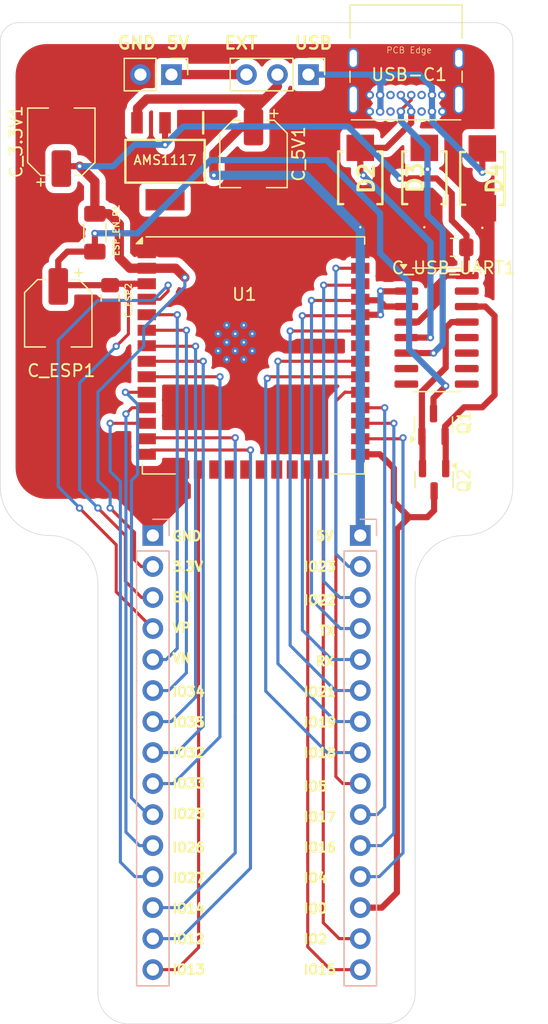
<source format=kicad_pcb>
(kicad_pcb (version 20241229) (generator "pcbnew") (generator_version "9.0")
  (layers (0 "F.Cu" signal) (2 "B.Cu" signal) (13 "F.Paste" user) (15 "B.Paste" user) (5 "F.SilkS" user "F.Silkscreen") (7 "B.SilkS" user "B.Silkscreen") (1 "F.Mask" user) (3 "B.Mask" user) (25 "Edge.Cuts" user))
  (net 0 "")
  (net 1 "ESP32_EN")
  (net 2 "GND")
  (net 3 "+3V3")
  (net 4 "+5V")
  (net 5 "VBUS")
  (net 6 "pin4")
  (net 7 "pin10")
  (net 8 "pin7")
  (net 9 "pin5")
  (net 10 "pin6")
  (net 11 "pin13")
  (net 12 "pin8")
  (net 13 "pin9")
  (net 14 "pin12")
  (net 15 "pin14")
  (net 16 "pin16")
  (net 17 "pin11")
  (net 18 "pin29")
  (net 19 "pin23")
  (net 20 "ESP_TX")
  (net 21 "pin27")
  (net 22 "pin24")
  (net 23 "pin30")
  (net 24 "pin28")
  (net 25 "pin31")
  (net 26 "pin37")
  (net 27 "pin33")
  (net 28 "pin36")
  (net 29 "pin26")
  (net 30 "ESP_RX")
  (net 31 "VCC")
  (net 32 "Net-(Q1-S)")
  (net 33 "Net-(Q1-G)")
  (net 34 "ESP32_IO0")
  (net 35 "D+")
  (net 36 "D-")
  (footprint "Capacitor_SMD:CP_Elec_5x5.4" (layer "F.Cu") (at 123.5 45.25 90)
    (property "Reference" "C_3.3V1")
    (property "Value" "1uF")
  )
  (footprint "Capacitor_SMD:C_0805_2012Metric_Pad1.18x1.45mm_HandSolder" (layer "F.Cu") (at 127.5 58.0375 -90)
    (property "Reference" "C_ESP2")
    (property "Value" "100nF")
  )
  (footprint "bulme_footprints:TPSMB1805CA" (layer "F.Cu") (at 153.25 48.2 90)
    (property "Reference" "D3")
    (property "Value" "TPSMB1805CA" (hide yes))
  )
  (footprint "bulme_footprints:TPSMB1805CA" (layer "F.Cu") (at 148 48.2 90)
    (property "Reference" "D2")
    (property "Value" "TPSMB1805CA" (hide yes))
  )
  (footprint "Connector_USB:USB_C_Receptacle_GCT_USB4085" (layer "F.Cu") (at 154.725 42.775 180)
    (property "Reference" "USB-C1")
    (property "Value" "USB_C_Receptacle_USB2.0_16P")
  )
  (footprint "RF_Module:ESP32-WROOM-32UE" (layer "F.Cu") (at 139.25 62.75)
    (property "Reference" "U1")
    (property "Value" "ESP32-WROOM-32UE")
  )
  (footprint "Package_SO:SOIC-16_3.9x9.9mm_P1.27mm" (layer "F.Cu") (at 154.25 60.655)
    (property "Reference" "U2" (hide yes))
    (property "Value" "CH340C")
  )
  (footprint "bulme_footprints:TPSMB1805CA" (layer "F.Cu") (at 158 48.25 90)
    (property "Reference" "D4")
    (property "Value" "TPSMB1805CA" (hide yes))
  )
  (footprint "Package_TO_SOT_SMD:SOT-23" (layer "F.Cu") (at 154.05 72.9375 -90)
    (property "Reference" "Q2")
    (property "Value" "BSS138")
  )
  (footprint "Package_TO_SOT_SMD:SOT-23" (layer "F.Cu") (at 154 68.4375 90)
    (property "Reference" "Q1")
    (property "Value" "BSS138")
  )
  (footprint "Capacitor_SMD:CP_Elec_5x5.4" (layer "F.Cu") (at 123.25 59.3 -90)
    (property "Reference" "C_ESP1")
    (property "Value" "22uF")
  )
  (footprint "Connector_PinHeader_2.54mm:PinHeader_1x02_P2.54mm_Vertical" (layer "F.Cu") (at 132.525 39.75 -90)
    (property "Reference" "J1" (hide yes))
    (property "Value" "Conn_01x02_Pin")
  )
  (footprint "Connector_PinHeader_2.54mm:PinHeader_1x03_P2.54mm_Vertical" (layer "F.Cu") (at 143.75 39.75 -90)
    (property "Reference" "J3" (hide yes))
    (property "Value" "Conn_01x03_Pin")
  )
  (footprint "bulme_footprints:SOT230P700X180-4N" (layer "F.Cu") (at 132 46.85 -90)
    (property "Reference" "AMS1117")
    (property "Value" "AMS1117-3.3" (hide yes))
  )
  (footprint "Capacitor_SMD:C_0805_2012Metric_Pad1.18x1.45mm_HandSolder" (layer "F.Cu") (at 155.65 53.9 180)
    (property "Reference" "C_USB_UART1")
    (property "Value" "100nF")
  )
  (footprint "Resistor_SMD:R_1206_3216Metric_Pad1.30x1.75mm_HandSolder" (layer "F.Cu") (at 126.25 52.7 -90)
    (property "Reference" "ESP_EN_R1")
    (property "Value" "10k")
  )
  (footprint "Capacitor_SMD:CP_Elec_5x5.4" (layer "F.Cu") (at 139.25 46.25 -90)
    (property "Reference" "C_5V1")
    (property "Value" "1uF")
  )
  (footprint "Connector_PinHeader_2.54mm:PinHeader_1x15_P2.54mm_Vertical" (layer "B.Cu") (at 148 77.5 180)
    (property "Reference" "esp_right1" (hide yes))
    (property "Value" "Conn_01x15_Pin")
  )
  (footprint "Connector_PinHeader_2.54mm:PinHeader_1x15_P2.54mm_Vertical" (layer "B.Cu") (at 131 77.5 180)
    (property "Reference" "esp_left1" (hide yes))
    (property "Value" "Conn_01x15_Pin")
  )
  (gr_line (start 160.5 73.5) (end 160.5 37) (stroke (width 0.05)) (layer "Edge.Cuts"))
  (gr_arc (start 159 35.5) (mid 160.06066 35.93934) (end 160.5 37) (stroke (width 0.05)) (layer "Edge.Cuts"))
  (gr_line (start 126.5 81.5) (end 126.5 114) (stroke (width 0.05)) (layer "Edge.Cuts"))
  (gr_arc (start 118.5 37) (mid 118.93934 35.93934) (end 120 35.5) (stroke (width 0.05)) (layer "Edge.Cuts"))
  (gr_arc (start 160.5 73.5) (mid 159.328427 76.328427) (end 156.5 77.5) (stroke (width 0.05)) (layer "Edge.Cuts"))
  (gr_arc (start 129 117.5) (mid 127.232233 116.767767) (end 126.5 115) (stroke (width 0.05)) (layer "Edge.Cuts"))
  (gr_arc (start 152.5 115) (mid 151.767767 116.767767) (end 150 117.5) (stroke (width 0.05)) (layer "Edge.Cuts"))
  (gr_arc (start 152.5 81.5) (mid 153.671573 78.671573) (end 156.5 77.5) (stroke (width 0.05)) (layer "Edge.Cuts"))
  (gr_line (start 129 117.5) (end 150 117.5) (stroke (width 0.05)) (layer "Edge.Cuts"))
  (gr_arc (start 122.5 77.5) (mid 125.328427 78.671573) (end 126.5 81.5) (stroke (width 0.05)) (layer "Edge.Cuts"))
  (gr_line (start 118.5 37) (end 118.5 73.5) (stroke (width 0.05)) (layer "Edge.Cuts"))
  (gr_arc (start 122.5 77.5) (mid 119.671573 76.328427) (end 118.5 73.5) (stroke (width 0.05)) (layer "Edge.Cuts"))
  (gr_line (start 126.5 115) (end 126.5 114) (stroke (width 0.05)) (layer "Edge.Cuts"))
  (gr_line (start 120 35.5) (end 159 35.5) (stroke (width 0.05)) (layer "Edge.Cuts"))
  (gr_line (start 152.5 81.5) (end 152.5 115) (stroke (width 0.05)) (layer "Edge.Cuts"))
  (gr_text "IO22" (at 143.25 83.25 0) (layer "F.SilkS") (effects (font (size 0.762 0.762) (thickness 0.1905) (bold yes)) (justify left bottom)))
  (gr_text "USB" (at 142.5 37.75 0) (layer "F.SilkS") (effects (font (size 1.016 1.016) (thickness 0.2032) (bold yes)) (justify left bottom)))
  (gr_text "5V\n" (at 144.25 78 0) (layer "F.SilkS") (effects (font (size 0.762 0.762) (thickness 0.1905) (bold yes)) (justify left bottom)))
  (gr_text "EXT" (at 136.75 37.75 0) (layer "F.SilkS") (effects (font (size 1.016 1.016) (thickness 0.2032) (bold yes)) (justify left bottom)))
  (gr_text "IO5" (at 143.25 98.5 0) (layer "F.SilkS") (effects (font (size 0.762 0.762) (thickness 0.1905) (bold yes)) (justify left bottom)))
  (gr_text "IO25" (at 132.5 100.75 0) (layer "F.SilkS") (effects (font (size 0.762 0.762) (thickness 0.1905) (bold yes)) (justify left bottom)))
  (gr_text "IO26" (at 132.5 103.5 0) (layer "F.SilkS") (effects (font (size 0.762 0.762) (thickness 0.1905) (bold yes)) (justify left bottom)))
  (gr_text "5V\n" (at 132 37.75 0) (layer "F.SilkS") (effects (font (size 1.016 1.016) (thickness 0.2032) (bold yes)) (justify left bottom)))
  (gr_text "IO34" (at 132.5 90.75 0) (layer "F.SilkS") (effects (font (size 0.762 0.762) (thickness 0.1905) (bold yes)) (justify left bottom)))
  (gr_text "IO4" (at 143.25 106 0) (layer "F.SilkS") (effects (font (size 0.762 0.762) (thickness 0.1905) (bold yes)) (justify left bottom)))
  (gr_text "GND" (at 132.5 78 0) (layer "F.SilkS") (effects (font (size 0.762 0.762) (thickness 0.1905) (bold yes)) (justify left bottom)))
  (gr_text "VN" (at 132.5 88 0) (layer "F.SilkS") (effects (font (size 0.762 0.762) (thickness 0.1905) (bold yes)) (justify left bottom)))
  (gr_text "TX\n" (at 144.5 85.75 0) (layer "F.SilkS") (effects (font (size 0.762 0.762) (thickness 0.1905) (bold yes)) (justify left bottom)))
  (gr_text "IO23" (at 143.25 80.5 0) (layer "F.SilkS") (effects (font (size 0.762 0.762) (thickness 0.1905) (bold yes)) (justify left bottom)))
  (gr_text "IO0" (at 143.25 108.5 0) (layer "F.SilkS") (effects (font (size 0.762 0.762) (thickness 0.1905) (bold yes)) (justify left bottom)))
  (gr_text "IO2" (at 143.25 111 0) (layer "F.SilkS") (effects (font (size 0.762 0.762) (thickness 0.1905) (bold yes)) (justify left bottom)))
  (gr_text "IO27\n" (at 132.5 106 0) (layer "F.SilkS") (effects (font (size 0.762 0.762) (thickness 0.1905) (bold yes)) (justify left bottom)))
  (gr_text "IO15" (at 143.25 113.5 0) (layer "F.SilkS") (effects (font (size 0.762 0.762) (thickness 0.1905) (bold yes)) (justify left bottom)))
  (gr_text "IO16" (at 143.25 103.5 0) (layer "F.SilkS") (effects (font (size 0.762 0.762) (thickness 0.1905) (bold yes)) (justify left bottom)))
  (gr_text "IO21" (at 143.25 90.75 0) (layer "F.SilkS") (effects (font (size 0.762 0.762) (thickness 0.1905) (bold yes)) (justify left bottom)))
  (gr_text "IO14" (at 132.5 108.5 0) (layer "F.SilkS") (effects (font (size 0.762 0.762) (thickness 0.1905) (bold yes)) (justify left bottom)))
  (gr_text "3.3V\n" (at 132.5 80.5 0) (layer "F.SilkS") (effects (font (size 0.762 0.762) (thickness 0.1905) (bold yes)) (justify left bottom)))
  (gr_text "GND\n" (at 128 37.75 0) (layer "F.SilkS") (effects (font (size 1.016 1.016) (thickness 0.2032) (bold yes)) (justify left bottom)))
  (gr_text "IO18" (at 143.25 95.75 0) (layer "F.SilkS") (effects (font (size 0.762 0.762) (thickness 0.1905) (bold yes)) (justify left bottom)))
  (gr_text "IO33" (at 132.5 98.25 0) (layer "F.SilkS") (effects (font (size 0.762 0.762) (thickness 0.1905) (bold yes)) (justify left bottom)))
  (gr_text "EN\n" (at 132.5 83 0) (layer "F.SilkS") (effects (font (size 0.762 0.762) (thickness 0.1905) (bold yes)) (justify left bottom)))
  (gr_text "VP" (at 132.5 85.5 0) (layer "F.SilkS") (effects (font (size 0.762 0.762) (thickness 0.1905) (bold yes)) (justify left bottom)))
  (gr_text "IO12" (at 132.5 111 0) (layer "F.SilkS") (effects (font (size 0.762 0.762) (thickness 0.1905) (bold yes)) (justify left bottom)))
  (gr_text "IO13" (at 132.5 113.5 0) (layer "F.SilkS") (effects (font (size 0.762 0.762) (thickness 0.1905) (bold yes)) (justify left bottom)))
  (gr_text "RX" (at 144.25 88.25 0) (layer "F.SilkS") (effects (font (size 0.762 0.762) (thickness 0.1905) (bold yes)) (justify left bottom)))
  (gr_text "IO32" (at 132.5 95.75 0) (layer "F.SilkS") (effects (font (size 0.762 0.762) (thickness 0.1905) (bold yes)) (justify left bottom)))
  (gr_text "IO19" (at 143.25 93.25 0) (layer "F.SilkS") (effects (font (size 0.762 0.762) (thickness 0.1905) (bold yes)) (justify left bottom)))
  (gr_text "IO17" (at 143.25 101 0) (layer "F.SilkS") (effects (font (size 0.762 0.762) (thickness 0.1905) (bold yes)) (justify left bottom)))
  (gr_text "IO35\n" (at 132.5 93.25 0) (layer "F.SilkS") (effects (font (size 0.762 0.762) (thickness 0.1905) (bold yes)) (justify left bottom)))
  (segment (start 128 62) (end 129 61) (width 0.254) (layer "F.Cu") (net 1))
  (segment (start 127.62 56.88) (end 127.5 57) (width 0.508) (layer "F.Cu") (net 1))
  (segment (start 129 61) (end 129 57.5) (width 0.254) (layer "F.Cu") (net 1))
  (segment (start 129 57.38) (end 128.5 56.88) (width 0.254) (layer "F.Cu") (net 1))
  (segment (start 129.5 56.88) (end 129 56.88) (width 0.508) (layer "F.Cu") (net 1))
  (segment (start 129 57.38) (end 129.5 56.88) (width 0.254) (layer "F.Cu") (net 1))
  (segment (start 123.25 55) (end 124 54.25) (width 0.508) (layer "F.Cu") (net 1))
  (segment (start 129 56.88) (end 128.5 56.88) (width 0.508) (layer "F.Cu") (net 1))
  (segment (start 154 66.25) (end 155 65.25) (width 0.508) (layer "F.Cu") (net 1))
  (segment (start 129 57.5) (end 129 57.38) (width 0.254) (layer "F.Cu") (net 1))
  (segment (start 123.25 57.05) (end 123.25 55) (width 0.508) (layer "F.Cu") (net 1))
  (segment (start 128.5 56.88) (end 127.62 56.88) (width 0.508) (layer "F.Cu") (net 1))
  (segment (start 129 57.5) (end 129 56.88) (width 0.254) (layer "F.Cu") (net 1))
  (segment (start 128.75 77.5) (end 128.75 81.25) (width 0.254) (layer "F.Cu") (net 1))
  (segment (start 130.08 82.58) (end 131 82.58) (width 0.254) (layer "F.Cu") (net 1))
  (segment (start 126.25 54.25) (end 126.25 52.75) (width 0.508) (layer "F.Cu") (net 1))
  (segment (start 154 67.5) (end 154 66.25) (width 0.508) (layer "F.Cu") (net 1))
  (segment (start 123.25 57.05) (end 123.3 57) (width 0.508) (layer "F.Cu") (net 1))
  (segment (start 123.3 57) (end 123.75 56.55) (width 0.508) (layer "F.Cu") (net 1))
  (segment (start 128.75 81.25) (end 130.08 82.58) (width 0.254) (layer "F.Cu") (net 1))
  (segment (start 130.5 56.88) (end 129.5 56.88) (width 0.508) (layer "F.Cu") (net 1))
  (segment (start 126.5 75.25) (end 128.75 77.5) (width 0.254) (layer "F.Cu") (net 1))
  (segment (start 124 54.25) (end 126.25 54.25) (width 0.508) (layer "F.Cu") (net 1))
  (segment (start 128 57) (end 123.3 57) (width 0.508) (layer "F.Cu") (net 1))
  (via (at 128 62) (size 0.6) (drill 0.3) (layers "F.Cu" "B.Cu") (net 1))
  (via (at 155 65.25) (size 0.6) (drill 0.3) (layers "F.Cu" "B.Cu") (net 1))
  (via (at 126.5 75.25) (size 0.6) (drill 0.3) (layers "F.Cu" "B.Cu") (net 1))
  (via (at 126.25 52.75) (size 0.6) (drill 0.3) (layers "F.Cu" "B.Cu") (net 1))
  (segment (start 152 56.75) (end 149.625 54.375) (width 0.508) (layer "B.Cu") (net 1))
  (segment (start 126.5 75.25) (end 125 73.75) (width 0.254) (layer "B.Cu") (net 1))
  (segment (start 145.25 46.75) (end 135.75 46.75) (width 0.508) (layer "B.Cu") (net 1))
  (segment (start 149.625 51.125) (end 145.25 46.75) (width 0.508) (layer "B.Cu") (net 1))
  (segment (start 135.75 46.75) (end 129.75 52.75) (width 0.508) (layer "B.Cu") (net 1))
  (segment (start 129.75 52.75) (end 126.25 52.75) (width 0.508) (layer "B.Cu") (net 1))
  (segment (start 154.966841 65.216841) (end 152 62.25) (width 0.508) (layer "B.Cu") (net 1))
  (segment (start 125 73.75) (end 125 65) (width 0.254) (layer "B.Cu") (net 1))
  (segment (start 152 62.25) (end 152 56.75) (width 0.508) (layer "B.Cu") (net 1))
  (segment (start 125 65) (end 128 62) (width 0.254) (layer "B.Cu") (net 1))
  (segment (start 155 65.25) (end 154.966841 65.283159) (width 0.508) (layer "B.Cu") (net 1))
  (segment (start 149.625 54.375) (end 149.625 51.125) (width 0.508) (layer "B.Cu") (net 1))
  (segment (start 154.966841 65.283159) (end 154.966841 65.216841) (width 0.508) (layer "B.Cu") (net 1))
  (segment (start 131 77.5) (end 131 76.25) (width 1.7) (layer "F.Cu") (net 2))
  (segment (start 131 76.25) (end 131 74.25) (width 1.7) (layer "F.Cu") (net 2))
  (segment (start 131 76.25) (end 133.25 74) (width 1.7) (layer "F.Cu") (net 2))
  (segment (start 133.535 72.1) (end 133.5 72.135) (width 0.508) (layer "F.Cu") (net 2))
  (segment (start 131 76.25) (end 128.5 73.75) (width 1.7) (layer "F.Cu") (net 2))
  (segment (start 151.25 48.25) (end 153.186268 48.25) (width 0.508) (layer "F.Cu") (net 3))
  (segment (start 156.7 52.9) (end 156.7 54.25) (width 0.508) (layer "F.Cu") (net 3))
  (segment (start 156.7 54.25) (end 156.725 54.275) (width 0.508) (layer "F.Cu") (net 3))
  (segment (start 156.725 54.275) (end 156.725 56.21) (width 0.508) (layer "F.Cu") (net 3))
  (segment (start 151.775 60.02) (end 152.73 60.02) (width 0.508) (layer "F.Cu") (net 3))
  (segment (start 127.4 51.15) (end 128.25 52) (width 0.762) (layer "F.Cu") (net 3))
  (segment (start 152.73 60.02) (end 154.25 58.5) (width 0.508) (layer "F.Cu") (net 3))
  (segment (start 129.5 77.25) (end 129.5 79.5) (width 0.254) (layer "F.Cu") (net 3))
  (segment (start 130.04 80.04) (end 131 80.04) (width 0.254) (layer "F.Cu") (net 3))
  (segment (start 153.191268 48.255) (end 154.255 48.255) (width 0.508) (layer "F.Cu") (net 3))
  (segment (start 128.25 52) (end 128.25 54.75) (width 0.762) (layer "F.Cu") (net 3))
  (segment (start 130.5 55.61) (end 132.86 55.61) (width 0.762) (layer "F.Cu") (net 3))
  (segment (start 129.11 55.61) (end 130.5 55.61) (width 0.762) (layer "F.Cu") (net 3))
  (segment (start 127.5 75.25) (end 129.5 77.25) (width 0.254) (layer "F.Cu") (net 3))
  (segment (start 155.04 56.21) (end 156.725 56.21) (width 0.508) (layer "F.Cu") (net 3))
  (segment (start 154.255 48.255) (end 155.5 49.5) (width 0.508) (layer "F.Cu") (net 3))
  (segment (start 123.7 47.25) (end 123.5 47.45) (width 0.508) (layer "F.Cu") (net 3))
  (segment (start 154.25 58.5) (end 154.25 57) (width 0.508) (layer "F.Cu") (net 3))
  (segment (start 155.5 51.7) (end 156.7 52.9) (width 0.508) (layer "F.Cu") (net 3))
  (segment (start 125 47.25) (end 123.7 47.25) (width 0.508) (layer "F.Cu") (net 3))
  (segment (start 155.5 49.5) (end 155.5 51.7) (width 0.508) (layer "F.Cu") (net 3))
  (segment (start 126.25 51.15) (end 127.4 51.15) (width 0.762) (layer "F.Cu") (net 3))
  (segment (start 126.25 51.15) (end 126.25 48.5) (width 0.762) (layer "F.Cu") (net 3))
  (segment (start 153.186268 48.25) (end 153.191268 48.255) (width 0.508) (layer "F.Cu") (net 3))
  (segment (start 126.25 48.5) (end 125 47.25) (width 0.762) (layer "F.Cu") (net 3))
  (segment (start 128.25 54.75) (end 129.11 55.61) (width 0.762) (layer "F.Cu") (net 3))
  (segment (start 129.5 79.5) (end 130.04 80.04) (width 0.254) (layer "F.Cu") (net 3))
  (segment (start 132 45.5) (end 132 43.7) (width 0.508) (layer "F.Cu") (net 3))
  (segment (start 154.25 57) (end 155.04 56.21) (width 0.508) (layer "F.Cu") (net 3))
  (segment (start 132.86 55.61) (end 133.625 56.375) (width 0.762) (layer "F.Cu") (net 3))
  (via (at 151.25 48.25) (size 0.6) (drill 0.3) (layers "F.Cu" "B.Cu") (net 3))
  (via (at 125 47.25) (size 0.6) (drill 0.3) (layers "F.Cu" "B.Cu") (net 3))
  (via (at 132 45.5) (size 0.6) (drill 0.3) (layers "F.Cu" "B.Cu") (net 3))
  (via (at 133.625 56.375) (size 0.6) (drill 0.3) (layers "F.Cu" "B.Cu") (net 3))
  (via (at 127.5 75.25) (size 0.6) (drill 0.3) (layers "F.Cu" "B.Cu") (net 3))
  (segment (start 126.5 73) (end 127.5 74) (width 0.254) (layer "B.Cu") (net 3))
  (segment (start 127.5 74) (end 127.5 75.25) (width 0.254) (layer "B.Cu") (net 3))
  (segment (start 127.75 47.25) (end 125 47.25) (width 0.508) (layer "B.Cu") (net 3))
  (segment (start 133.5 44) (end 132 45.5) (width 0.508) (layer "B.Cu") (net 3))
  (segment (start 133.625 57.125) (end 130.25 60.5) (width 0.254) (layer "B.Cu") (net 3))
  (segment (start 130.25 60.5) (end 130.25 62) (width 0.254) (layer "B.Cu") (net 3))
  (segment (start 126.5 65.75) (end 126.5 73) (width 0.254) (layer "B.Cu") (net 3))
  (segment (start 151.25 48.25) (end 147 44) (width 0.508) (layer "B.Cu") (net 3))
  (segment (start 130.25 62) (end 126.5 65.75) (width 0.254) (layer "B.Cu") (net 3))
  (segment (start 133.625 56.375) (end 133.625 57.125) (width 0.254) (layer "B.Cu") (net 3))
  (segment (start 129.5 45.5) (end 127.75 47.25) (width 0.508) (layer "B.Cu") (net 3))
  (segment (start 147 44) (end 133.5 44) (width 0.508) (layer "B.Cu") (net 3))
  (segment (start 132 45.5) (end 129.5 45.5) (width 0.508) (layer "B.Cu") (net 3))
  (segment (start 138.25 41.75) (end 139 41.75) (width 0.762) (layer "F.Cu") (net 4))
  (segment (start 139.25 44.05) (end 139.25 42.75) (width 0.762) (layer "F.Cu") (net 4))
  (segment (start 138.2 44.05) (end 139.25 44.05) (width 0.762) (layer "F.Cu") (net 4))
  (segment (start 136 46.25) (end 138.2 44.05) (width 0.762) (layer "F.Cu") (net 4))
  (segment (start 129.7 43.7) (end 129.75 43.65) (width 0.762) (layer "F.Cu") (net 4))
  (segment (start 136 48) (end 136 46.25) (width 0.762) (layer "F.Cu") (net 4))
  (segment (start 139.46 42.21) (end 139 41.75) (width 0.762) (layer "F.Cu") (net 4))
  (segment (start 140.17 41.75) (end 141.21 40.71) (width 0.762) (layer "F.Cu") (net 4))
  (segment (start 129.75 42.5) (end 130.5 41.75) (width 0.762) (layer "F.Cu") (net 4))
  (segment (start 139.25 44.05) (end 139.25 42.67) (width 0.762) (layer "F.Cu") (net 4))
  (segment (start 139 41.75) (end 140.17 41.75) (width 0.762) (layer "F.Cu") (net 4))
  (segment (start 130.5 41.75) (end 138.25 41.75) (width 0.762) (layer "F.Cu") (net 4))
  (segment (start 139.25 42.75) (end 138.25 41.75) (width 0.762) (layer "F.Cu") (net 4))
  (segment (start 139.25 42.67) (end 140.17 41.75) (width 0.762) (layer "F.Cu") (net 4))
  (segment (start 139.25 42.67) (end 139.46 42.46) (width 0.762) (layer "F.Cu") (net 4))
  (segment (start 129.75 43.65) (end 129.75 42.5) (width 0.762) (layer "F.Cu") (net 4))
  (segment (start 139.46 42.46) (end 139.46 42.21) (width 0.762) (layer "F.Cu") (net 4))
  (via (at 136 48) (size 0.6) (drill 0.3) (layers "F.Cu" "B.Cu") (net 4))
  (segment (start 136 48) (end 143.5 48) (width 0.762) (layer "B.Cu") (net 4))
  (segment (start 148 52.5) (end 148 77.5) (width 0.762) (layer "B.Cu") (net 4))
  (segment (start 143.5 48) (end 148 52.5) (width 0.762) (layer "B.Cu") (net 4))
  (segment (start 153.875 41.425) (end 153.875 41.375) (width 0.508) (layer "F.Cu") (net 5))
  (segment (start 153.875 41.375) (end 153.92 41.33) (width 0.508) (layer "F.Cu") (net 5))
  (segment (start 158 47.75) (end 158 45.8) (width 0.508) (layer "F.Cu") (net 5))
  (segment (start 144 40) (end 143.75 39.75) (width 0.508) (layer "F.Cu") (net 5))
  (segment (start 149.5 42.9) (end 149.625 42.775) (width 0.254) (layer "F.Cu") (net 5))
  (via (at 158 47.75) (size 0.6) (drill 0.3) (layers "F.Cu" "B.Cu") (net 5))
  (segment (start 153.92 42.92) (end 153.92 43.67) (width 0.508) (layer "B.Cu") (net 5))
  (segment (start 149.65 40.55) (end 150.45 39.75) (width 0.508) (layer "B.Cu") (net 5))
  (segment (start 153.875 42.775) (end 153.875 41.425) (width 0.508) (layer "B.Cu") (net 5))
  (segment (start 148.85 39.75) (end 149.65 39.75) (width 0.508) (layer "B.Cu") (net 5))
  (segment (start 153.875 41.425) (end 153.875 40.775) (width 0.508) (layer "B.Cu") (net 5))
  (segment (start 153.875 40.775) (end 152.85 39.75) (width 0.508) (layer "B.Cu") (net 5))
  (segment (start 153.92 43.67) (end 158 47.75) (width 0.508) (layer "B.Cu") (net 5))
  (segment (start 153.875 42.775) (end 153.875 42.875) (width 0.508) (layer "B.Cu") (net 5))
  (segment (start 150.45 39.75) (end 150.5 39.75) (width 0.508) (layer "B.Cu") (net 5))
  (segment (start 149.65 39.75) (end 150.5 39.75) (width 0.508) (layer "B.Cu") (net 5))
  (segment (start 149.65 40.55) (end 149.65 42.75) (width 0.508) (layer "B.Cu") (net 5))
  (segment (start 143.75 39.75) (end 148.85 39.75) (width 0.508) (layer "B.Cu") (net 5))
  (segment (start 150.5 39.75) (end 152.85 39.75) (width 0.508) (layer "B.Cu") (net 5))
  (segment (start 149.65 42.75) (end 149.625 42.775) (width 0.508) (layer "B.Cu") (net 5))
  (segment (start 149.65 40.55) (end 148.85 39.75) (width 0.508) (layer "B.Cu") (net 5))
  (segment (start 149.65 39.75) (end 149.65 40.55) (width 0.508) (layer "B.Cu") (net 5))
  (segment (start 153.875 42.875) (end 153.92 42.92) (width 0.508) (layer "B.Cu") (net 5))
  (segment (start 130.5 58.15) (end 131.6 58.15) (width 0.254) (layer "F.Cu") (net 6))
  (segment (start 128 82.12) (end 131 85.12) (width 0.254) (layer "F.Cu") (net 6))
  (segment (start 132.25 57) (end 132.25 57.5) (width 0.254) (layer "F.Cu") (net 6))
  (segment (start 128 78.263712) (end 128 82.12) (width 0.254) (layer "F.Cu") (net 6))
  (segment (start 131.6 58.15) (end 132.25 57.5) (width 0.254) (layer "F.Cu") (net 6))
  (segment (start 124.993144 75.256856) (end 128 78.263712) (width 0.254) (layer "F.Cu") (net 6))
  (via (at 132.25 57) (size 0.6) (drill 0.3) (layers "F.Cu" "B.Cu") (net 6))
  (via (at 124.993144 75.256856) (size 0.6) (drill 0.3) (layers "F.Cu" "B.Cu") (net 6))
  (segment (start 123.25 73.5) (end 123.25 61.5) (width 0.254) (layer "B.Cu") (net 6))
  (segment (start 124.993144 75.243144) (end 123.25 73.5) (width 0.254) (layer "B.Cu") (net 6))
  (segment (start 131 58.25) (end 132.25 57) (width 0.254) (layer "B.Cu") (net 6))
  (segment (start 126.5 58.25) (end 131 58.25) (width 0.254) (layer "B.Cu") (net 6))
  (segment (start 124.993144 75.256856) (end 124.993144 75.243144) (width 0.254) (layer "B.Cu") (net 6))
  (segment (start 123.25 61.5) (end 126.5 58.25) (width 0.254) (layer "B.Cu") (net 6))
  (segment (start 128.75 65.77) (end 130.5 65.77) (width 0.254) (layer "F.Cu") (net 7))
  (via (at 128.75 65.77) (size 0.6) (drill 0.3) (layers "F.Cu" "B.Cu") (net 7))
  (segment (start 129.25 73) (end 129.25 99) (width 0.254) (layer "B.Cu") (net 7))
  (segment (start 129.75 72.5) (end 129.25 73) (width 0.254) (layer "B.Cu") (net 7))
  (segment (start 129.25 99) (end 130.61 100.36) (width 0.254) (layer "B.Cu") (net 7))
  (segment (start 129.75 66.75) (end 129.75 72.5) (width 0.254) (layer "B.Cu") (net 7))
  (segment (start 130.61 100.36) (end 131 100.36) (width 0.254) (layer "B.Cu") (net 7))
  (segment (start 128.75 65.77) (end 128.77 65.77) (width 0.254) (layer "B.Cu") (net 7))
  (segment (start 128.77 65.77) (end 129.75 66.75) (width 0.254) (layer "B.Cu") (net 7))
  (segment (start 134.5 62) (end 130.54 62) (width 0.254) (layer "F.Cu") (net 8))
  (segment (start 130.54 62) (end 130.5 61.96) (width 0.254) (layer "F.Cu") (net 8))
  (via (at 134.5 62) (size 0.6) (drill 0.3) (layers "F.Cu" "B.Cu") (net 8))
  (segment (start 134.5 90.75) (end 132.51 92.74) (width 0.254) (layer "B.Cu") (net 8))
  (segment (start 134.5 62) (end 134.5 90.75) (width 0.254) (layer "B.Cu") (net 8))
  (segment (start 132.51 92.74) (end 131 92.74) (width 0.254) (layer "B.Cu") (net 8))
  (segment (start 130.5 59.42) (end 132.92 59.42) (width 0.254) (layer "F.Cu") (net 9))
  (segment (start 132.92 59.42) (end 133 59.5) (width 0.254) (layer "F.Cu") (net 9))
  (via (at 133 59.42) (size 0.6) (drill 0.3) (layers "F.Cu" "B.Cu") (net 9))
  (segment (start 132.09 87.66) (end 133 86.75) (width 0.254) (layer "B.Cu") (net 9))
  (segment (start 131 87.66) (end 132.09 87.66) (width 0.254) (layer "B.Cu") (net 9))
  (segment (start 133 86.75) (end 133 59.5) (width 0.254) (layer "B.Cu") (net 9))
  (segment (start 133.75 60.69) (end 130.5 60.69) (width 0.254) (layer "F.Cu") (net 10))
  (via (at 133.75 60.69) (size 0.6) (drill 0.3) (layers "F.Cu" "B.Cu") (net 10))
  (segment (start 133.75 60.75) (end 133.75 88.75) (width 0.254) (layer "B.Cu") (net 10))
  (segment (start 132.3 90.2) (end 131 90.2) (width 0.254) (layer "B.Cu") (net 10))
  (segment (start 133.75 88.75) (end 132.3 90.2) (width 0.254) (layer "B.Cu") (net 10))
  (segment (start 130.58 69.5) (end 130.5 69.58) (width 0.254) (layer "F.Cu") (net 11))
  (segment (start 137.75 69.5) (end 130.58 69.5) (width 0.254) (layer "F.Cu") (net 11))
  (via (at 137.75 69.5) (size 0.6) (drill 0.3) (layers "F.Cu" "B.Cu") (net 11))
  (segment (start 137.75 69.5) (end 137.75 92.5) (width 0.254) (layer "B.Cu") (net 11))
  (segment (start 137.75 92.25) (end 137.75 103.5) (width 0.254) (layer "B.Cu") (net 11))
  (segment (start 137.75 103.5) (end 133.27 107.98) (width 0.254) (layer "B.Cu") (net 11))
  (segment (start 133.27 107.98) (end 131 107.98) (width 0.254) (layer "B.Cu") (net 11))
  (segment (start 137.75 92.5) (end 137.75 92.25) (width 0.254) (layer "B.Cu") (net 11))
  (segment (start 130.5 63.23) (end 135.127 63.23) (width 0.254) (layer "F.Cu") (net 12))
  (via (at 135.127 63.23) (size 0.6) (drill 0.3) (layers "F.Cu" "B.Cu") (net 12))
  (segment (start 135.127 63.23) (end 135.127 93.123) (width 0.254) (layer "B.Cu") (net 12))
  (segment (start 132.97 95.28) (end 131 95.28) (width 0.254) (layer "B.Cu") (net 12))
  (segment (start 135.127 93.123) (end 132.97 95.28) (width 0.254) (layer "B.Cu") (net 12))
  (segment (start 136.5 64.5) (end 130.5 64.5) (width 0.254) (layer "F.Cu") (net 13))
  (via (at 136.5 64.5) (size 0.6) (drill 0.3) (layers "F.Cu" "B.Cu") (net 13))
  (segment (start 132.68 97.82) (end 131 97.82) (width 0.254) (layer "B.Cu") (net 13))
  (segment (start 136.5 94) (end 132.68 97.82) (width 0.254) (layer "B.Cu") (net 13))
  (segment (start 136.5 64.5) (end 136.5 94) (width 0.254) (layer "B.Cu") (net 13))
  (segment (start 130.5 68.31) (end 127.5 68.31) (width 0.254) (layer "F.Cu") (net 14))
  (via (at 127.5 68.31) (size 0.6) (drill 0.3) (layers "F.Cu" "B.Cu") (net 14))
  (segment (start 128.34 104.25) (end 128.34 73.09) (width 0.254) (layer "B.Cu") (net 14))
  (segment (start 129.53 105.44) (end 128.34 104.25) (width 0.254) (layer "B.Cu") (net 14))
  (segment (start 127.5 72.25) (end 127.5 68.5) (width 0.254) (layer "B.Cu") (net 14))
  (segment (start 130.81 105.25) (end 131 105.44) (width 0.254) (layer "B.Cu") (net 14))
  (segment (start 128.34 73.09) (end 127.5 72.25) (width 0.254) (layer "B.Cu") (net 14))
  (segment (start 131 105.44) (end 129.53 105.44) (width 0.254) (layer "B.Cu") (net 14))
  (segment (start 130.85 70.5) (end 130.5 70.85) (width 0.254) (layer "F.Cu") (net 15))
  (segment (start 139 70.5) (end 130.85 70.5) (width 0.254) (layer "F.Cu") (net 15))
  (segment (start 130.35 71) (end 130.5 70.85) (width 0.254) (layer "F.Cu") (net 15))
  (via (at 139 70.5) (size 0.6) (drill 0.3) (layers "F.Cu" "B.Cu") (net 15))
  (segment (start 131 110.52) (end 133.23 110.52) (width 0.254) (layer "B.Cu") (net 15))
  (segment (start 133.23 110.52) (end 139 104.75) (width 0.254) (layer "B.Cu") (net 15))
  (segment (start 139 104.75) (end 139 70.5) (width 0.254) (layer "B.Cu") (net 15))
  (segment (start 131 113.06) (end 132.94 113.06) (width 0.254) (layer "F.Cu") (net 16))
  (segment (start 132.94 113.06) (end 134.75 111.25) (width 0.254) (layer "F.Cu") (net 16))
  (segment (start 134.75 111.25) (end 134.75 72.155) (width 0.254) (layer "F.Cu") (net 16))
  (segment (start 134.75 72.155) (end 134.805 72.1) (width 0.254) (layer "F.Cu") (net 16))
  (segment (start 129.3 67.04) (end 130.5 67.04) (width 0.254) (layer "F.Cu") (net 17))
  (segment (start 128.795 67.545) (end 129.3 67.04) (width 0.254) (layer "F.Cu") (net 17))
  (via (at 128.795 67.545) (size 0.6) (drill 0.3) (layers "F.Cu" "B.Cu") (net 17))
  (segment (start 129.9 102.9) (end 131 102.9) (width 0.254) (layer "B.Cu") (net 17))
  (segment (start 128.795 67.545) (end 128.795 101.795) (width 0.254) (layer "B.Cu") (net 17))
  (segment (start 128.795 101.795) (end 129.9 102.9) (width 0.254) (layer "B.Cu") (net 17))
  (segment (start 146.57 97.82) (end 146 97.25) (width 0.254) (layer "F.Cu") (net 18))
  (segment (start 148 97.82) (end 146.57 97.82) (width 0.254) (layer "F.Cu") (net 18))
  (segment (start 146.77 65.77) (end 148 65.77) (width 0.254) (layer "F.Cu") (net 18))
  (segment (start 146 97.25) (end 146 66.5) (width 0.254) (layer "F.Cu") (net 18))
  (segment (start 146.75 65.75) (end 146.77 65.77) (width 0.254) (layer "F.Cu") (net 18))
  (segment (start 146 66.5) (end 146.75 65.75) (width 0.254) (layer "F.Cu") (net 18))
  (segment (start 143.695 72.1) (end 143.695 111.195) (width 0.254) (layer "F.Cu") (net 19))
  (segment (start 143.695 111.195) (end 145.56 113.06) (width 0.254) (layer "F.Cu") (net 19))
  (segment (start 145.56 113.06) (end 148 113.06) (width 0.254) (layer "F.Cu") (net 19))
  (segment (start 148.085 58.235) (end 148 58.15) (width 0.508) (layer "F.Cu") (net 20))
  (segment (start 150.054532 58.75) (end 149.539532 58.235) (width 0.508) (layer "F.Cu") (net 20))
  (segment (start 144 58.25) (end 147.9 58.25) (width 0.254) (layer "F.Cu") (net 20))
  (segment (start 148.195 58.345) (end 148 58.15) (width 0.508) (layer "F.Cu") (net 20))
  (segment (start 151.775 58.75) (end 150.054532 58.75) (width 0.508) (layer "F.Cu") (net 20))
  (segment (start 147.9 58.25) (end 148 58.15) (width 0.254) (layer "F.Cu") (net 20))
  (segment (start 149.539532 58.235) (end 148.085 58.235) (width 0.508) (layer "F.Cu") (net 20))
  (via (at 144 58.25) (size 0.6) (drill 0.3) (layers "F.Cu" "B.Cu") (net 20))
  (segment (start 146.37 85.12) (end 144 82.75) (width 0.254) (layer "B.Cu") (net 20))
  (segment (start 144 82.75) (end 144 58.25) (width 0.254) (layer "B.Cu") (net 20))
  (segment (start 148 85.12) (end 146.37 85.12) (width 0.254) (layer "B.Cu") (net 20))
  (segment (start 150.75 68.31) (end 148 68.31) (width 0.254) (layer "F.Cu") (net 21))
  (via (at 150.75 68.31) (size 0.6) (drill 0.3) (layers "F.Cu" "B.Cu") (net 21))
  (segment (start 150.75 68.433) (end 150.75 101.9) (width 0.254) (layer "B.Cu") (net 21))
  (segment (start 150.627 68.31) (end 150.75 68.433) (width 0.254) (layer "B.Cu") (net 21))
  (segment (start 149.75 102.9) (end 148 102.9) (width 0.254) (layer "B.Cu") (net 21))
  (segment (start 150.75 68.31) (end 150.627 68.31) (width 0.254) (layer "B.Cu") (net 21))
  (segment (start 150.75 101.9) (end 149.75 102.9) (width 0.254) (layer "B.Cu") (net 21))
  (segment (start 144.965 109.215) (end 144.965 72.1) (width 0.254) (layer "F.Cu") (net 22))
  (segment (start 146.27 110.52) (end 144.965 109.215) (width 0.254) (layer "F.Cu") (net 22))
  (segment (start 148 110.52) (end 146.27 110.52) (width 0.254) (layer "F.Cu") (net 22))
  (segment (start 140.5 64.5) (end 148 64.5) (width 0.254) (layer "F.Cu") (net 23))
  (segment (start 140.375 64.625) (end 140.5 64.5) (width 0.254) (layer "F.Cu") (net 23))
  (via (at 140.375 64.625) (size 0.6) (drill 0.3) (layers "F.Cu" "B.Cu") (net 23))
  (segment (start 145.28 95.28) (end 148 95.28) (width 0.254) (layer "B.Cu") (net 23))
  (segment (start 140.25 90.25) (end 145.28 95.28) (width 0.254) (layer "B.Cu") (net 23))
  (segment (start 140.375 64.625) (end 140.25 64.75) (width 0.254) (layer "B.Cu") (net 23))
  (segment (start 140.25 64.75) (end 140.25 90.25) (width 0.254) (layer "B.Cu") (net 23))
  (segment (start 148 67.04) (end 150 67.04) (width 0.254) (layer "F.Cu") (net 24))
  (via (at 150 67.04) (size 0.6) (drill 0.3) (layers "F.Cu" "B.Cu") (net 24))
  (segment (start 148 100.36) (end 149.39 100.36) (width 0.254) (layer "B.Cu") (net 24))
  (segment (start 149.39 100.36) (end 150 99.75) (width 0.254) (layer "B.Cu") (net 24))
  (segment (start 150 99.75) (end 150 67.25) (width 0.254) (layer "B.Cu") (net 24))
  (segment (start 148 63.23) (end 141.25 63.23) (width 0.254) (layer "F.Cu") (net 25))
  (via (at 141.25 63.23) (size 0.6) (drill 0.3) (layers "F.Cu" "B.Cu") (net 25))
  (segment (start 145.99 92.74) (end 141.25 88) (width 0.254) (layer "B.Cu") (net 25))
  (segment (start 148 92.74) (end 145.99 92.74) (width 0.254) (layer "B.Cu") (net 25))
  (segment (start 141.25 88) (end 141.25 63.23) (width 0.254) (layer "B.Cu") (net 25))
  (segment (start 148 55.61) (end 146 55.61) (width 0.254) (layer "F.Cu") (net 26))
  (via (at 146 55.61) (size 0.6) (drill 0.3) (layers "F.Cu" "B.Cu") (net 26))
  (segment (start 146 79) (end 146 55.61) (width 0.254) (layer "B.Cu") (net 26))
  (segment (start 148 80.04) (end 147.04 80.04) (width 0.254) (layer "B.Cu") (net 26))
  (segment (start 147.04 80.04) (end 146 79) (width 0.254) (layer "B.Cu") (net 26))
  (segment (start 142.25 60.75) (end 147.94 60.75) (width 0.254) (layer "F.Cu") (net 27))
  (segment (start 147.94 60.75) (end 148 60.69) (width 0.254) (layer "F.Cu") (net 27))
  (via (at 142.25 60.75) (size 0.6) (drill 0.3) (layers "F.Cu" "B.Cu") (net 27))
  (segment (start 142.25 86.5) (end 145.95 90.2) (width 0.254) (layer "B.Cu") (net 27))
  (segment (start 142.25 63.632127) (end 142.25 60.75) (width 0.254) (layer "B.Cu") (net 27))
  (segment (start 145.95 90.2) (end 148 90.2) (width 0.254) (layer "B.Cu") (net 27))
  (segment (start 142.25 63.632127) (end 142.25 86.5) (width 0.254) (layer "B.Cu") (net 27))
  (segment (start 145 57) (end 147.88 57) (width 0.254) (layer "F.Cu") (net 28))
  (segment (start 147.88 57) (end 148 56.88) (width 0.254) (layer "F.Cu") (net 28))
  (via (at 145 57) (size 0.6) (drill 0.3) (layers "F.Cu" "B.Cu") (net 28))
  (segment (start 146.33 82.58) (end 148 82.58) (width 0.254) (layer "B.Cu") (net 28))
  (segment (start 145 81.25) (end 146.33 82.58) (width 0.254) (layer "B.Cu") (net 28))
  (segment (start 145 57) (end 145 81.25) (width 0.254) (layer "B.Cu") (net 28))
  (segment (start 151.5 69.5) (end 151.42 69.58) (width 0.254) (layer "F.Cu") (net 29))
  (segment (start 151.42 69.58) (end 148 69.58) (width 0.254) (layer "F.Cu") (net 29))
  (via (at 151.5 69.5) (size 0.6) (drill 0.3) (layers "F.Cu" "B.Cu") (net 29))
  (segment (start 151.5 103.5) (end 149.56 105.44) (width 0.254) (layer "B.Cu") (net 29))
  (segment (start 151.5 69.5) (end 151.5 103.5) (width 0.254) (layer "B.Cu") (net 29))
  (segment (start 149.56 105.44) (end 148 105.44) (width 0.254) (layer "B.Cu") (net 29))
  (segment (start 149.67 59.42) (end 148 59.42) (width 0.508) (layer "F.Cu") (net 30))
  (segment (start 151.755 57.5) (end 151.775 57.48) (width 0.508) (layer "F.Cu") (net 30))
  (segment (start 143.25 59.5) (end 147.92 59.5) (width 0.254) (layer "F.Cu") (net 30))
  (segment (start 149.6568 57.5) (end 151.755 57.5) (width 0.508) (layer "F.Cu") (net 30))
  (segment (start 147.92 59.5) (end 148 59.42) (width 0.254) (layer "F.Cu") (net 30))
  (via (at 149.6568 59.42) (size 0.6) (drill 0.3) (layers "F.Cu" "B.Cu") (net 30))
  (via (at 149.6568 57.48) (size 0.6) (drill 0.3) (layers "F.Cu" "B.Cu") (net 30))
  (via (at 143.25 59.5) (size 0.6) (drill 0.3) (layers "F.Cu" "B.Cu") (net 30))
  (segment (start 148 87.66) (end 145.66 87.66) (width 0.254) (layer "B.Cu") (net 30))
  (segment (start 149.6568 59.42) (end 149.6568 57.5) (width 0.508) (layer "B.Cu") (net 30))
  (segment (start 143.25 85.25) (end 143.25 59.5) (width 0.254) (layer "B.Cu") (net 30))
  (segment (start 145.66 87.66) (end 143.25 85.25) (width 0.254) (layer "B.Cu") (net 30))
  (segment (start 138.67 39.75) (end 132.525 39.75) (width 0.762) (layer "F.Cu") (net 31))
  (segment (start 155 72) (end 155 69.425) (width 0.508) (layer "F.Cu") (net 32))
  (segment (start 159 66) (end 159 59.5) (width 0.508) (layer "F.Cu") (net 32))
  (segment (start 158.25 58.75) (end 159 59.5) (width 0.508) (layer "F.Cu") (net 32))
  (segment (start 156.5 67) (end 158 67) (width 0.508) (layer "F.Cu") (net 32))
  (segment (start 155 69.425) (end 154.95 69.375) (width 0.508) (layer "F.Cu") (net 32))
  (segment (start 154.95 68.55) (end 156.5 67) (width 0.508) (layer "F.Cu") (net 32))
  (segment (start 158 67) (end 159 66) (width 0.508) (layer "F.Cu") (net 32))
  (segment (start 154.95 69.375) (end 154.95 68.55) (width 0.508) (layer "F.Cu") (net 32))
  (segment (start 156.725 58.75) (end 158.25 58.75) (width 0.508) (layer "F.Cu") (net 32))
  (segment (start 153.1 69.425) (end 153.05 69.375) (width 0.508) (layer "F.Cu") (net 33))
  (segment (start 156.725 60.02) (end 155.48 60.02) (width 0.508) (layer "F.Cu") (net 33))
  (segment (start 155.48 60.02) (end 155 60.5) (width 0.508) (layer "F.Cu") (net 33))
  (segment (start 153.05 69.375) (end 153.05 65.7) (width 0.508) (layer "F.Cu") (net 33))
  (segment (start 155 63.75) (end 155 60.5) (width 0.508) (layer "F.Cu") (net 33))
  (segment (start 153.1 72) (end 153.1 69.425) (width 0.508) (layer "F.Cu") (net 33))
  (segment (start 153.05 65.7) (end 155 63.75) (width 0.508) (layer "F.Cu") (net 33))
  (segment (start 152 76) (end 151.375 75.375) (width 0.508) (layer "F.Cu") (net 34))
  (segment (start 151.5 76.5) (end 151.625 76.375) (width 0.508) (layer "F.Cu") (net 34))
  (segment (start 151.625 75.625) (end 151.375 75.375) (width 0.508) (layer "F.Cu") (net 34))
  (segment (start 152 76) (end 151.5 76.5) (width 0.508) (layer "F.Cu") (net 34))
  (segment (start 151 77) (end 151.5 76.5) (width 0.508) (layer "F.Cu") (net 34))
  (segment (start 150.75 74.75) (end 150.75 72) (width 0.508) (layer "F.Cu") (net 34))
  (segment (start 148 107.98) (end 149.77 107.98) (width 0.508) (layer "F.Cu") (net 34))
  (segment (start 151.625 76.375) (end 151.625 75.625) (width 0.508) (layer "F.Cu") (net 34))
  (segment (start 154.05 73.875) (end 154.05 75.45) (width 0.508) (layer "F.Cu") (net 34))
  (segment (start 153.5 76) (end 152 76) (width 0.508) (layer "F.Cu") (net 34))
  (segment (start 154.05 75.45) (end 153.5 76) (width 0.508) (layer "F.Cu") (net 34))
  (segment (start 149.77 107.98) (end 151 106.75) (width 0.508) (layer "F.Cu") (net 34))
  (segment (start 151 106.75) (end 151 77) (width 0.508) (layer "F.Cu") (net 34))
  (segment (start 150.75 72) (end 149.6 70.85) (width 0.508) (layer "F.Cu") (net 34))
  (segment (start 151.375 75.375) (end 150.75 74.75) (width 0.508) (layer "F.Cu") (net 34))
  (segment (start 149.6 70.85) (end 148 70.85) (width 0.508) (layer "F.Cu") (net 34))
  (segment (start 148 45.75) (end 148.25 46) (width 0.508) (layer "F.Cu") (net 35))
  (segment (start 148 47.75) (end 148.25 48) (width 0.508) (layer "F.Cu") (net 35))
  (segment (start 150.125 45.75) (end 152.175 43.7) (width 0.508) (layer "F.Cu") (net 35))
  (segment (start 148 47.75) (end 148 45.75) (width 0.508) (layer "F.Cu") (net 35))
  (segment (start 152.175 43.7) (end 152.175 42.775) (width 0.508) (layer "F.Cu") (net 35))
  (segment (start 148 45.75) (end 150.125 45.75) (width 0.508) (layer "F.Cu") (net 35))
  (segment (start 151.775 61.29) (end 153.75 61.29) (width 0.508) (layer "F.Cu") (net 35))
  (via (at 148.25 48) (size 0.6) (drill 0.3) (layers "F.Cu" "B.Cu") (net 35))
  (via (at 153.75 61.29) (size 0.6) (drill 0.3) (layers "F.Cu" "B.Cu") (net 35))
  (segment (start 152.175 42.775) (end 152.175 42.425) (width 0.299974) (layer "B.Cu") (net 35))
  (segment (start 151.325 41.575) (end 151.325 41.425) (width 0.299974) (layer "B.Cu") (net 35))
  (segment (start 152.175 42.425) (end 151.325 41.575) (width 0.299974) (layer "B.Cu") (net 35))
  (segment (start 153.75 53.5) (end 148.25 48) (width 0.508) (layer "B.Cu") (net 35))
  (segment (start 153.75 61.29) (end 153.75 53.5) (width 0.508) (layer "B.Cu") (net 35))
  (segment (start 151.325 42.666163) (end 151.325 42.775) (width 0.254) (layer "F.Cu") (net 36))
  (segment (start 152.175 41.825) (end 151.903 42.097) (width 0.254) (layer "F.Cu") (net 36))
  (segment (start 151.903 42.097) (end 151.894163 42.097) (width 0.254) (layer "F.Cu") (net 36))
  (segment (start 151.894163 42.097) (end 151.325 42.666163) (width 0.254) (layer "F.Cu") (net 36))
  (segment (start 153.504 46.004) (end 153.25 45.75) (width 0.508) (layer "F.Cu") (net 36))
  (segment (start 151.325 42.775) (end 151.325 42.675) (width 0.299974) (layer "F.Cu") (net 36))
  (segment (start 153.504 47.5) (end 153.504 46.004) (width 0.508) (layer "F.Cu") (net 36))
  (segment (start 152.175 41.425) (end 152.175 41.825) (width 0.254) (layer "F.Cu") (net 36))
  (segment (start 151.775 62.56) (end 154 62.56) (width 0.508) (layer "F.Cu") (net 36))
  (via (at 153.504 47.5) (size 0.6) (drill 0.3) (layers "F.Cu" "B.Cu") (net 36))
  (via (at 154 62.56) (size 0.6) (drill 0.3) (layers "F.Cu" "B.Cu") (net 36))
  (segment (start 154.75 52.5) (end 154.75 61.81) (width 0.508) (layer "B.Cu") (net 36))
  (segment (start 154.75 61.81) (end 154 62.56) (width 0.508) (layer "B.Cu") (net 36))
  (segment (start 153.504 51.254) (end 154.75 52.5) (width 0.508) (layer "B.Cu") (net 36))
  (segment (start 151.325 42.775) (end 151.325 43.575) (width 0.508) (layer "B.Cu") (net 36))
  (segment (start 151.325 43.575) (end 153.504 45.754) (width 0.508) (layer "B.Cu") (net 36))
  (segment (start 153.504 47.5) (end 153.504 51.254) (width 0.508) (layer "B.Cu") (net 36))
  (segment (start 153.504 45.754) (end 153.504 47.5) (width 0.508) (layer "B.Cu") (net 36))
  (zone (net 2) (net_name "GND") (layer "F.Cu") (name "GND") (connect_pads yes (clearance 0.508)) (min_thickness 0.254) (fill yes (thermal_gap 0.508) (thermal_bridge_width 0.508) (smoothing fillet) (radius 2.54))
    (polygon (pts (xy 119.75 37.25) (xy 159 37.25) (xy 159 74.5) (xy 119.75 74.5)))
  )
)
</source>
